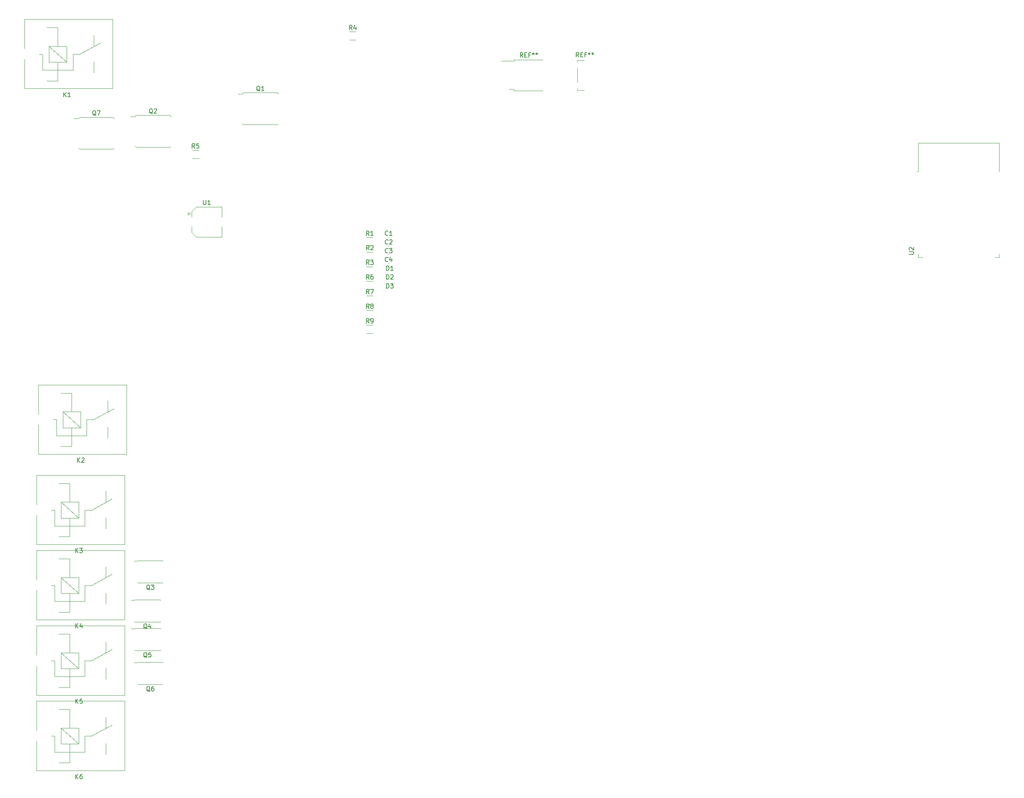
<source format=gbr>
%TF.GenerationSoftware,KiCad,Pcbnew,7.0.8*%
%TF.CreationDate,2023-10-11T10:21:05+03:00*%
%TF.ProjectId,sprinklers,73707269-6e6b-46c6-9572-732e6b696361,rev?*%
%TF.SameCoordinates,Original*%
%TF.FileFunction,Legend,Top*%
%TF.FilePolarity,Positive*%
%FSLAX46Y46*%
G04 Gerber Fmt 4.6, Leading zero omitted, Abs format (unit mm)*
G04 Created by KiCad (PCBNEW 7.0.8) date 2023-10-11 10:21:05*
%MOMM*%
%LPD*%
G01*
G04 APERTURE LIST*
%ADD10C,0.150000*%
%ADD11C,0.120000*%
%ADD12C,0.100000*%
G04 APERTURE END LIST*
D10*
X39081905Y-156159819D02*
X39081905Y-155159819D01*
X39653333Y-156159819D02*
X39224762Y-155588390D01*
X39653333Y-155159819D02*
X39081905Y-155731247D01*
X40510476Y-155493152D02*
X40510476Y-156159819D01*
X40272381Y-155112200D02*
X40034286Y-155826485D01*
X40034286Y-155826485D02*
X40653333Y-155826485D01*
X56394761Y-40405057D02*
X56299523Y-40357438D01*
X56299523Y-40357438D02*
X56204285Y-40262200D01*
X56204285Y-40262200D02*
X56061428Y-40119342D01*
X56061428Y-40119342D02*
X55966190Y-40071723D01*
X55966190Y-40071723D02*
X55870952Y-40071723D01*
X55918571Y-40309819D02*
X55823333Y-40262200D01*
X55823333Y-40262200D02*
X55728095Y-40166961D01*
X55728095Y-40166961D02*
X55680476Y-39976485D01*
X55680476Y-39976485D02*
X55680476Y-39643152D01*
X55680476Y-39643152D02*
X55728095Y-39452676D01*
X55728095Y-39452676D02*
X55823333Y-39357438D01*
X55823333Y-39357438D02*
X55918571Y-39309819D01*
X55918571Y-39309819D02*
X56109047Y-39309819D01*
X56109047Y-39309819D02*
X56204285Y-39357438D01*
X56204285Y-39357438D02*
X56299523Y-39452676D01*
X56299523Y-39452676D02*
X56347142Y-39643152D01*
X56347142Y-39643152D02*
X56347142Y-39976485D01*
X56347142Y-39976485D02*
X56299523Y-40166961D01*
X56299523Y-40166961D02*
X56204285Y-40262200D01*
X56204285Y-40262200D02*
X56109047Y-40309819D01*
X56109047Y-40309819D02*
X55918571Y-40309819D01*
X56728095Y-39405057D02*
X56775714Y-39357438D01*
X56775714Y-39357438D02*
X56870952Y-39309819D01*
X56870952Y-39309819D02*
X57109047Y-39309819D01*
X57109047Y-39309819D02*
X57204285Y-39357438D01*
X57204285Y-39357438D02*
X57251904Y-39405057D01*
X57251904Y-39405057D02*
X57299523Y-39500295D01*
X57299523Y-39500295D02*
X57299523Y-39595533D01*
X57299523Y-39595533D02*
X57251904Y-39738390D01*
X57251904Y-39738390D02*
X56680476Y-40309819D01*
X56680476Y-40309819D02*
X57299523Y-40309819D01*
X55784761Y-170420057D02*
X55689523Y-170372438D01*
X55689523Y-170372438D02*
X55594285Y-170277200D01*
X55594285Y-170277200D02*
X55451428Y-170134342D01*
X55451428Y-170134342D02*
X55356190Y-170086723D01*
X55356190Y-170086723D02*
X55260952Y-170086723D01*
X55308571Y-170324819D02*
X55213333Y-170277200D01*
X55213333Y-170277200D02*
X55118095Y-170181961D01*
X55118095Y-170181961D02*
X55070476Y-169991485D01*
X55070476Y-169991485D02*
X55070476Y-169658152D01*
X55070476Y-169658152D02*
X55118095Y-169467676D01*
X55118095Y-169467676D02*
X55213333Y-169372438D01*
X55213333Y-169372438D02*
X55308571Y-169324819D01*
X55308571Y-169324819D02*
X55499047Y-169324819D01*
X55499047Y-169324819D02*
X55594285Y-169372438D01*
X55594285Y-169372438D02*
X55689523Y-169467676D01*
X55689523Y-169467676D02*
X55737142Y-169658152D01*
X55737142Y-169658152D02*
X55737142Y-169991485D01*
X55737142Y-169991485D02*
X55689523Y-170181961D01*
X55689523Y-170181961D02*
X55594285Y-170277200D01*
X55594285Y-170277200D02*
X55499047Y-170324819D01*
X55499047Y-170324819D02*
X55308571Y-170324819D01*
X56594285Y-169324819D02*
X56403809Y-169324819D01*
X56403809Y-169324819D02*
X56308571Y-169372438D01*
X56308571Y-169372438D02*
X56260952Y-169420057D01*
X56260952Y-169420057D02*
X56165714Y-169562914D01*
X56165714Y-169562914D02*
X56118095Y-169753390D01*
X56118095Y-169753390D02*
X56118095Y-170134342D01*
X56118095Y-170134342D02*
X56165714Y-170229580D01*
X56165714Y-170229580D02*
X56213333Y-170277200D01*
X56213333Y-170277200D02*
X56308571Y-170324819D01*
X56308571Y-170324819D02*
X56499047Y-170324819D01*
X56499047Y-170324819D02*
X56594285Y-170277200D01*
X56594285Y-170277200D02*
X56641904Y-170229580D01*
X56641904Y-170229580D02*
X56689523Y-170134342D01*
X56689523Y-170134342D02*
X56689523Y-169896247D01*
X56689523Y-169896247D02*
X56641904Y-169801009D01*
X56641904Y-169801009D02*
X56594285Y-169753390D01*
X56594285Y-169753390D02*
X56499047Y-169705771D01*
X56499047Y-169705771D02*
X56308571Y-169705771D01*
X56308571Y-169705771D02*
X56213333Y-169753390D01*
X56213333Y-169753390D02*
X56165714Y-169801009D01*
X56165714Y-169801009D02*
X56118095Y-169896247D01*
X108974405Y-79654819D02*
X108974405Y-78654819D01*
X108974405Y-78654819D02*
X109212500Y-78654819D01*
X109212500Y-78654819D02*
X109355357Y-78702438D01*
X109355357Y-78702438D02*
X109450595Y-78797676D01*
X109450595Y-78797676D02*
X109498214Y-78892914D01*
X109498214Y-78892914D02*
X109545833Y-79083390D01*
X109545833Y-79083390D02*
X109545833Y-79226247D01*
X109545833Y-79226247D02*
X109498214Y-79416723D01*
X109498214Y-79416723D02*
X109450595Y-79511961D01*
X109450595Y-79511961D02*
X109355357Y-79607200D01*
X109355357Y-79607200D02*
X109212500Y-79654819D01*
X109212500Y-79654819D02*
X108974405Y-79654819D01*
X109879167Y-78654819D02*
X110498214Y-78654819D01*
X110498214Y-78654819D02*
X110164881Y-79035771D01*
X110164881Y-79035771D02*
X110307738Y-79035771D01*
X110307738Y-79035771D02*
X110402976Y-79083390D01*
X110402976Y-79083390D02*
X110450595Y-79131009D01*
X110450595Y-79131009D02*
X110498214Y-79226247D01*
X110498214Y-79226247D02*
X110498214Y-79464342D01*
X110498214Y-79464342D02*
X110450595Y-79559580D01*
X110450595Y-79559580D02*
X110402976Y-79607200D01*
X110402976Y-79607200D02*
X110307738Y-79654819D01*
X110307738Y-79654819D02*
X110022024Y-79654819D01*
X110022024Y-79654819D02*
X109926786Y-79607200D01*
X109926786Y-79607200D02*
X109879167Y-79559580D01*
X152231666Y-27654819D02*
X151898333Y-27178628D01*
X151660238Y-27654819D02*
X151660238Y-26654819D01*
X151660238Y-26654819D02*
X152041190Y-26654819D01*
X152041190Y-26654819D02*
X152136428Y-26702438D01*
X152136428Y-26702438D02*
X152184047Y-26750057D01*
X152184047Y-26750057D02*
X152231666Y-26845295D01*
X152231666Y-26845295D02*
X152231666Y-26988152D01*
X152231666Y-26988152D02*
X152184047Y-27083390D01*
X152184047Y-27083390D02*
X152136428Y-27131009D01*
X152136428Y-27131009D02*
X152041190Y-27178628D01*
X152041190Y-27178628D02*
X151660238Y-27178628D01*
X152660238Y-27131009D02*
X152993571Y-27131009D01*
X153136428Y-27654819D02*
X152660238Y-27654819D01*
X152660238Y-27654819D02*
X152660238Y-26654819D01*
X152660238Y-26654819D02*
X153136428Y-26654819D01*
X153898333Y-27131009D02*
X153565000Y-27131009D01*
X153565000Y-27654819D02*
X153565000Y-26654819D01*
X153565000Y-26654819D02*
X154041190Y-26654819D01*
X154565000Y-26654819D02*
X154565000Y-26892914D01*
X154326905Y-26797676D02*
X154565000Y-26892914D01*
X154565000Y-26892914D02*
X154803095Y-26797676D01*
X154422143Y-27083390D02*
X154565000Y-26892914D01*
X154565000Y-26892914D02*
X154707857Y-27083390D01*
X155326905Y-26654819D02*
X155326905Y-26892914D01*
X155088810Y-26797676D02*
X155326905Y-26892914D01*
X155326905Y-26892914D02*
X155565000Y-26797676D01*
X155184048Y-27083390D02*
X155326905Y-26892914D01*
X155326905Y-26892914D02*
X155469762Y-27083390D01*
X109290833Y-73609580D02*
X109243214Y-73657200D01*
X109243214Y-73657200D02*
X109100357Y-73704819D01*
X109100357Y-73704819D02*
X109005119Y-73704819D01*
X109005119Y-73704819D02*
X108862262Y-73657200D01*
X108862262Y-73657200D02*
X108767024Y-73561961D01*
X108767024Y-73561961D02*
X108719405Y-73466723D01*
X108719405Y-73466723D02*
X108671786Y-73276247D01*
X108671786Y-73276247D02*
X108671786Y-73133390D01*
X108671786Y-73133390D02*
X108719405Y-72942914D01*
X108719405Y-72942914D02*
X108767024Y-72847676D01*
X108767024Y-72847676D02*
X108862262Y-72752438D01*
X108862262Y-72752438D02*
X109005119Y-72704819D01*
X109005119Y-72704819D02*
X109100357Y-72704819D01*
X109100357Y-72704819D02*
X109243214Y-72752438D01*
X109243214Y-72752438D02*
X109290833Y-72800057D01*
X110147976Y-73038152D02*
X110147976Y-73704819D01*
X109909881Y-72657200D02*
X109671786Y-73371485D01*
X109671786Y-73371485D02*
X110290833Y-73371485D01*
X109290833Y-67699580D02*
X109243214Y-67747200D01*
X109243214Y-67747200D02*
X109100357Y-67794819D01*
X109100357Y-67794819D02*
X109005119Y-67794819D01*
X109005119Y-67794819D02*
X108862262Y-67747200D01*
X108862262Y-67747200D02*
X108767024Y-67651961D01*
X108767024Y-67651961D02*
X108719405Y-67556723D01*
X108719405Y-67556723D02*
X108671786Y-67366247D01*
X108671786Y-67366247D02*
X108671786Y-67223390D01*
X108671786Y-67223390D02*
X108719405Y-67032914D01*
X108719405Y-67032914D02*
X108767024Y-66937676D01*
X108767024Y-66937676D02*
X108862262Y-66842438D01*
X108862262Y-66842438D02*
X109005119Y-66794819D01*
X109005119Y-66794819D02*
X109100357Y-66794819D01*
X109100357Y-66794819D02*
X109243214Y-66842438D01*
X109243214Y-66842438D02*
X109290833Y-66890057D01*
X110243214Y-67794819D02*
X109671786Y-67794819D01*
X109957500Y-67794819D02*
X109957500Y-66794819D01*
X109957500Y-66794819D02*
X109862262Y-66937676D01*
X109862262Y-66937676D02*
X109767024Y-67032914D01*
X109767024Y-67032914D02*
X109671786Y-67080533D01*
X226474819Y-72051904D02*
X227284342Y-72051904D01*
X227284342Y-72051904D02*
X227379580Y-72004285D01*
X227379580Y-72004285D02*
X227427200Y-71956666D01*
X227427200Y-71956666D02*
X227474819Y-71861428D01*
X227474819Y-71861428D02*
X227474819Y-71670952D01*
X227474819Y-71670952D02*
X227427200Y-71575714D01*
X227427200Y-71575714D02*
X227379580Y-71528095D01*
X227379580Y-71528095D02*
X227284342Y-71480476D01*
X227284342Y-71480476D02*
X226474819Y-71480476D01*
X226570057Y-71051904D02*
X226522438Y-71004285D01*
X226522438Y-71004285D02*
X226474819Y-70909047D01*
X226474819Y-70909047D02*
X226474819Y-70670952D01*
X226474819Y-70670952D02*
X226522438Y-70575714D01*
X226522438Y-70575714D02*
X226570057Y-70528095D01*
X226570057Y-70528095D02*
X226665295Y-70480476D01*
X226665295Y-70480476D02*
X226760533Y-70480476D01*
X226760533Y-70480476D02*
X226903390Y-70528095D01*
X226903390Y-70528095D02*
X227474819Y-71099523D01*
X227474819Y-71099523D02*
X227474819Y-70480476D01*
X36391905Y-36624819D02*
X36391905Y-35624819D01*
X36963333Y-36624819D02*
X36534762Y-36053390D01*
X36963333Y-35624819D02*
X36391905Y-36196247D01*
X37915714Y-36624819D02*
X37344286Y-36624819D01*
X37630000Y-36624819D02*
X37630000Y-35624819D01*
X37630000Y-35624819D02*
X37534762Y-35767676D01*
X37534762Y-35767676D02*
X37439524Y-35862914D01*
X37439524Y-35862914D02*
X37344286Y-35910533D01*
X80524761Y-35325057D02*
X80429523Y-35277438D01*
X80429523Y-35277438D02*
X80334285Y-35182200D01*
X80334285Y-35182200D02*
X80191428Y-35039342D01*
X80191428Y-35039342D02*
X80096190Y-34991723D01*
X80096190Y-34991723D02*
X80000952Y-34991723D01*
X80048571Y-35229819D02*
X79953333Y-35182200D01*
X79953333Y-35182200D02*
X79858095Y-35086961D01*
X79858095Y-35086961D02*
X79810476Y-34896485D01*
X79810476Y-34896485D02*
X79810476Y-34563152D01*
X79810476Y-34563152D02*
X79858095Y-34372676D01*
X79858095Y-34372676D02*
X79953333Y-34277438D01*
X79953333Y-34277438D02*
X80048571Y-34229819D01*
X80048571Y-34229819D02*
X80239047Y-34229819D01*
X80239047Y-34229819D02*
X80334285Y-34277438D01*
X80334285Y-34277438D02*
X80429523Y-34372676D01*
X80429523Y-34372676D02*
X80477142Y-34563152D01*
X80477142Y-34563152D02*
X80477142Y-34896485D01*
X80477142Y-34896485D02*
X80429523Y-35086961D01*
X80429523Y-35086961D02*
X80334285Y-35182200D01*
X80334285Y-35182200D02*
X80239047Y-35229819D01*
X80239047Y-35229819D02*
X80048571Y-35229819D01*
X81429523Y-35229819D02*
X80858095Y-35229819D01*
X81143809Y-35229819D02*
X81143809Y-34229819D01*
X81143809Y-34229819D02*
X81048571Y-34372676D01*
X81048571Y-34372676D02*
X80953333Y-34467914D01*
X80953333Y-34467914D02*
X80858095Y-34515533D01*
X108974405Y-77664819D02*
X108974405Y-76664819D01*
X108974405Y-76664819D02*
X109212500Y-76664819D01*
X109212500Y-76664819D02*
X109355357Y-76712438D01*
X109355357Y-76712438D02*
X109450595Y-76807676D01*
X109450595Y-76807676D02*
X109498214Y-76902914D01*
X109498214Y-76902914D02*
X109545833Y-77093390D01*
X109545833Y-77093390D02*
X109545833Y-77236247D01*
X109545833Y-77236247D02*
X109498214Y-77426723D01*
X109498214Y-77426723D02*
X109450595Y-77521961D01*
X109450595Y-77521961D02*
X109355357Y-77617200D01*
X109355357Y-77617200D02*
X109212500Y-77664819D01*
X109212500Y-77664819D02*
X108974405Y-77664819D01*
X109926786Y-76760057D02*
X109974405Y-76712438D01*
X109974405Y-76712438D02*
X110069643Y-76664819D01*
X110069643Y-76664819D02*
X110307738Y-76664819D01*
X110307738Y-76664819D02*
X110402976Y-76712438D01*
X110402976Y-76712438D02*
X110450595Y-76760057D01*
X110450595Y-76760057D02*
X110498214Y-76855295D01*
X110498214Y-76855295D02*
X110498214Y-76950533D01*
X110498214Y-76950533D02*
X110450595Y-77093390D01*
X110450595Y-77093390D02*
X109879167Y-77664819D01*
X109879167Y-77664819D02*
X110498214Y-77664819D01*
X105050833Y-74374819D02*
X104717500Y-73898628D01*
X104479405Y-74374819D02*
X104479405Y-73374819D01*
X104479405Y-73374819D02*
X104860357Y-73374819D01*
X104860357Y-73374819D02*
X104955595Y-73422438D01*
X104955595Y-73422438D02*
X105003214Y-73470057D01*
X105003214Y-73470057D02*
X105050833Y-73565295D01*
X105050833Y-73565295D02*
X105050833Y-73708152D01*
X105050833Y-73708152D02*
X105003214Y-73803390D01*
X105003214Y-73803390D02*
X104955595Y-73851009D01*
X104955595Y-73851009D02*
X104860357Y-73898628D01*
X104860357Y-73898628D02*
X104479405Y-73898628D01*
X105384167Y-73374819D02*
X106003214Y-73374819D01*
X106003214Y-73374819D02*
X105669881Y-73755771D01*
X105669881Y-73755771D02*
X105812738Y-73755771D01*
X105812738Y-73755771D02*
X105907976Y-73803390D01*
X105907976Y-73803390D02*
X105955595Y-73851009D01*
X105955595Y-73851009D02*
X106003214Y-73946247D01*
X106003214Y-73946247D02*
X106003214Y-74184342D01*
X106003214Y-74184342D02*
X105955595Y-74279580D01*
X105955595Y-74279580D02*
X105907976Y-74327200D01*
X105907976Y-74327200D02*
X105812738Y-74374819D01*
X105812738Y-74374819D02*
X105527024Y-74374819D01*
X105527024Y-74374819D02*
X105431786Y-74327200D01*
X105431786Y-74327200D02*
X105384167Y-74279580D01*
X55784761Y-147560057D02*
X55689523Y-147512438D01*
X55689523Y-147512438D02*
X55594285Y-147417200D01*
X55594285Y-147417200D02*
X55451428Y-147274342D01*
X55451428Y-147274342D02*
X55356190Y-147226723D01*
X55356190Y-147226723D02*
X55260952Y-147226723D01*
X55308571Y-147464819D02*
X55213333Y-147417200D01*
X55213333Y-147417200D02*
X55118095Y-147321961D01*
X55118095Y-147321961D02*
X55070476Y-147131485D01*
X55070476Y-147131485D02*
X55070476Y-146798152D01*
X55070476Y-146798152D02*
X55118095Y-146607676D01*
X55118095Y-146607676D02*
X55213333Y-146512438D01*
X55213333Y-146512438D02*
X55308571Y-146464819D01*
X55308571Y-146464819D02*
X55499047Y-146464819D01*
X55499047Y-146464819D02*
X55594285Y-146512438D01*
X55594285Y-146512438D02*
X55689523Y-146607676D01*
X55689523Y-146607676D02*
X55737142Y-146798152D01*
X55737142Y-146798152D02*
X55737142Y-147131485D01*
X55737142Y-147131485D02*
X55689523Y-147321961D01*
X55689523Y-147321961D02*
X55594285Y-147417200D01*
X55594285Y-147417200D02*
X55499047Y-147464819D01*
X55499047Y-147464819D02*
X55308571Y-147464819D01*
X56070476Y-146464819D02*
X56689523Y-146464819D01*
X56689523Y-146464819D02*
X56356190Y-146845771D01*
X56356190Y-146845771D02*
X56499047Y-146845771D01*
X56499047Y-146845771D02*
X56594285Y-146893390D01*
X56594285Y-146893390D02*
X56641904Y-146941009D01*
X56641904Y-146941009D02*
X56689523Y-147036247D01*
X56689523Y-147036247D02*
X56689523Y-147274342D01*
X56689523Y-147274342D02*
X56641904Y-147369580D01*
X56641904Y-147369580D02*
X56594285Y-147417200D01*
X56594285Y-147417200D02*
X56499047Y-147464819D01*
X56499047Y-147464819D02*
X56213333Y-147464819D01*
X56213333Y-147464819D02*
X56118095Y-147417200D01*
X56118095Y-147417200D02*
X56070476Y-147369580D01*
X109290833Y-71639580D02*
X109243214Y-71687200D01*
X109243214Y-71687200D02*
X109100357Y-71734819D01*
X109100357Y-71734819D02*
X109005119Y-71734819D01*
X109005119Y-71734819D02*
X108862262Y-71687200D01*
X108862262Y-71687200D02*
X108767024Y-71591961D01*
X108767024Y-71591961D02*
X108719405Y-71496723D01*
X108719405Y-71496723D02*
X108671786Y-71306247D01*
X108671786Y-71306247D02*
X108671786Y-71163390D01*
X108671786Y-71163390D02*
X108719405Y-70972914D01*
X108719405Y-70972914D02*
X108767024Y-70877676D01*
X108767024Y-70877676D02*
X108862262Y-70782438D01*
X108862262Y-70782438D02*
X109005119Y-70734819D01*
X109005119Y-70734819D02*
X109100357Y-70734819D01*
X109100357Y-70734819D02*
X109243214Y-70782438D01*
X109243214Y-70782438D02*
X109290833Y-70830057D01*
X109624167Y-70734819D02*
X110243214Y-70734819D01*
X110243214Y-70734819D02*
X109909881Y-71115771D01*
X109909881Y-71115771D02*
X110052738Y-71115771D01*
X110052738Y-71115771D02*
X110147976Y-71163390D01*
X110147976Y-71163390D02*
X110195595Y-71211009D01*
X110195595Y-71211009D02*
X110243214Y-71306247D01*
X110243214Y-71306247D02*
X110243214Y-71544342D01*
X110243214Y-71544342D02*
X110195595Y-71639580D01*
X110195595Y-71639580D02*
X110147976Y-71687200D01*
X110147976Y-71687200D02*
X110052738Y-71734819D01*
X110052738Y-71734819D02*
X109767024Y-71734819D01*
X109767024Y-71734819D02*
X109671786Y-71687200D01*
X109671786Y-71687200D02*
X109624167Y-71639580D01*
X105050833Y-84244819D02*
X104717500Y-83768628D01*
X104479405Y-84244819D02*
X104479405Y-83244819D01*
X104479405Y-83244819D02*
X104860357Y-83244819D01*
X104860357Y-83244819D02*
X104955595Y-83292438D01*
X104955595Y-83292438D02*
X105003214Y-83340057D01*
X105003214Y-83340057D02*
X105050833Y-83435295D01*
X105050833Y-83435295D02*
X105050833Y-83578152D01*
X105050833Y-83578152D02*
X105003214Y-83673390D01*
X105003214Y-83673390D02*
X104955595Y-83721009D01*
X104955595Y-83721009D02*
X104860357Y-83768628D01*
X104860357Y-83768628D02*
X104479405Y-83768628D01*
X105622262Y-83673390D02*
X105527024Y-83625771D01*
X105527024Y-83625771D02*
X105479405Y-83578152D01*
X105479405Y-83578152D02*
X105431786Y-83482914D01*
X105431786Y-83482914D02*
X105431786Y-83435295D01*
X105431786Y-83435295D02*
X105479405Y-83340057D01*
X105479405Y-83340057D02*
X105527024Y-83292438D01*
X105527024Y-83292438D02*
X105622262Y-83244819D01*
X105622262Y-83244819D02*
X105812738Y-83244819D01*
X105812738Y-83244819D02*
X105907976Y-83292438D01*
X105907976Y-83292438D02*
X105955595Y-83340057D01*
X105955595Y-83340057D02*
X106003214Y-83435295D01*
X106003214Y-83435295D02*
X106003214Y-83482914D01*
X106003214Y-83482914D02*
X105955595Y-83578152D01*
X105955595Y-83578152D02*
X105907976Y-83625771D01*
X105907976Y-83625771D02*
X105812738Y-83673390D01*
X105812738Y-83673390D02*
X105622262Y-83673390D01*
X105622262Y-83673390D02*
X105527024Y-83721009D01*
X105527024Y-83721009D02*
X105479405Y-83768628D01*
X105479405Y-83768628D02*
X105431786Y-83863866D01*
X105431786Y-83863866D02*
X105431786Y-84054342D01*
X105431786Y-84054342D02*
X105479405Y-84149580D01*
X105479405Y-84149580D02*
X105527024Y-84197200D01*
X105527024Y-84197200D02*
X105622262Y-84244819D01*
X105622262Y-84244819D02*
X105812738Y-84244819D01*
X105812738Y-84244819D02*
X105907976Y-84197200D01*
X105907976Y-84197200D02*
X105955595Y-84149580D01*
X105955595Y-84149580D02*
X106003214Y-84054342D01*
X106003214Y-84054342D02*
X106003214Y-83863866D01*
X106003214Y-83863866D02*
X105955595Y-83768628D01*
X105955595Y-83768628D02*
X105907976Y-83721009D01*
X105907976Y-83721009D02*
X105812738Y-83673390D01*
X39081905Y-173109819D02*
X39081905Y-172109819D01*
X39653333Y-173109819D02*
X39224762Y-172538390D01*
X39653333Y-172109819D02*
X39081905Y-172681247D01*
X40558095Y-172109819D02*
X40081905Y-172109819D01*
X40081905Y-172109819D02*
X40034286Y-172586009D01*
X40034286Y-172586009D02*
X40081905Y-172538390D01*
X40081905Y-172538390D02*
X40177143Y-172490771D01*
X40177143Y-172490771D02*
X40415238Y-172490771D01*
X40415238Y-172490771D02*
X40510476Y-172538390D01*
X40510476Y-172538390D02*
X40558095Y-172586009D01*
X40558095Y-172586009D02*
X40605714Y-172681247D01*
X40605714Y-172681247D02*
X40605714Y-172919342D01*
X40605714Y-172919342D02*
X40558095Y-173014580D01*
X40558095Y-173014580D02*
X40510476Y-173062200D01*
X40510476Y-173062200D02*
X40415238Y-173109819D01*
X40415238Y-173109819D02*
X40177143Y-173109819D01*
X40177143Y-173109819D02*
X40081905Y-173062200D01*
X40081905Y-173062200D02*
X40034286Y-173014580D01*
X105050833Y-67794819D02*
X104717500Y-67318628D01*
X104479405Y-67794819D02*
X104479405Y-66794819D01*
X104479405Y-66794819D02*
X104860357Y-66794819D01*
X104860357Y-66794819D02*
X104955595Y-66842438D01*
X104955595Y-66842438D02*
X105003214Y-66890057D01*
X105003214Y-66890057D02*
X105050833Y-66985295D01*
X105050833Y-66985295D02*
X105050833Y-67128152D01*
X105050833Y-67128152D02*
X105003214Y-67223390D01*
X105003214Y-67223390D02*
X104955595Y-67271009D01*
X104955595Y-67271009D02*
X104860357Y-67318628D01*
X104860357Y-67318628D02*
X104479405Y-67318628D01*
X106003214Y-67794819D02*
X105431786Y-67794819D01*
X105717500Y-67794819D02*
X105717500Y-66794819D01*
X105717500Y-66794819D02*
X105622262Y-66937676D01*
X105622262Y-66937676D02*
X105527024Y-67032914D01*
X105527024Y-67032914D02*
X105431786Y-67080533D01*
X108974405Y-75674819D02*
X108974405Y-74674819D01*
X108974405Y-74674819D02*
X109212500Y-74674819D01*
X109212500Y-74674819D02*
X109355357Y-74722438D01*
X109355357Y-74722438D02*
X109450595Y-74817676D01*
X109450595Y-74817676D02*
X109498214Y-74912914D01*
X109498214Y-74912914D02*
X109545833Y-75103390D01*
X109545833Y-75103390D02*
X109545833Y-75246247D01*
X109545833Y-75246247D02*
X109498214Y-75436723D01*
X109498214Y-75436723D02*
X109450595Y-75531961D01*
X109450595Y-75531961D02*
X109355357Y-75627200D01*
X109355357Y-75627200D02*
X109212500Y-75674819D01*
X109212500Y-75674819D02*
X108974405Y-75674819D01*
X110498214Y-75674819D02*
X109926786Y-75674819D01*
X110212500Y-75674819D02*
X110212500Y-74674819D01*
X110212500Y-74674819D02*
X110117262Y-74817676D01*
X110117262Y-74817676D02*
X110022024Y-74912914D01*
X110022024Y-74912914D02*
X109926786Y-74960533D01*
X43664761Y-40840057D02*
X43569523Y-40792438D01*
X43569523Y-40792438D02*
X43474285Y-40697200D01*
X43474285Y-40697200D02*
X43331428Y-40554342D01*
X43331428Y-40554342D02*
X43236190Y-40506723D01*
X43236190Y-40506723D02*
X43140952Y-40506723D01*
X43188571Y-40744819D02*
X43093333Y-40697200D01*
X43093333Y-40697200D02*
X42998095Y-40601961D01*
X42998095Y-40601961D02*
X42950476Y-40411485D01*
X42950476Y-40411485D02*
X42950476Y-40078152D01*
X42950476Y-40078152D02*
X42998095Y-39887676D01*
X42998095Y-39887676D02*
X43093333Y-39792438D01*
X43093333Y-39792438D02*
X43188571Y-39744819D01*
X43188571Y-39744819D02*
X43379047Y-39744819D01*
X43379047Y-39744819D02*
X43474285Y-39792438D01*
X43474285Y-39792438D02*
X43569523Y-39887676D01*
X43569523Y-39887676D02*
X43617142Y-40078152D01*
X43617142Y-40078152D02*
X43617142Y-40411485D01*
X43617142Y-40411485D02*
X43569523Y-40601961D01*
X43569523Y-40601961D02*
X43474285Y-40697200D01*
X43474285Y-40697200D02*
X43379047Y-40744819D01*
X43379047Y-40744819D02*
X43188571Y-40744819D01*
X43950476Y-39744819D02*
X44617142Y-39744819D01*
X44617142Y-39744819D02*
X44188571Y-40744819D01*
X105050833Y-71084819D02*
X104717500Y-70608628D01*
X104479405Y-71084819D02*
X104479405Y-70084819D01*
X104479405Y-70084819D02*
X104860357Y-70084819D01*
X104860357Y-70084819D02*
X104955595Y-70132438D01*
X104955595Y-70132438D02*
X105003214Y-70180057D01*
X105003214Y-70180057D02*
X105050833Y-70275295D01*
X105050833Y-70275295D02*
X105050833Y-70418152D01*
X105050833Y-70418152D02*
X105003214Y-70513390D01*
X105003214Y-70513390D02*
X104955595Y-70561009D01*
X104955595Y-70561009D02*
X104860357Y-70608628D01*
X104860357Y-70608628D02*
X104479405Y-70608628D01*
X105431786Y-70180057D02*
X105479405Y-70132438D01*
X105479405Y-70132438D02*
X105574643Y-70084819D01*
X105574643Y-70084819D02*
X105812738Y-70084819D01*
X105812738Y-70084819D02*
X105907976Y-70132438D01*
X105907976Y-70132438D02*
X105955595Y-70180057D01*
X105955595Y-70180057D02*
X106003214Y-70275295D01*
X106003214Y-70275295D02*
X106003214Y-70370533D01*
X106003214Y-70370533D02*
X105955595Y-70513390D01*
X105955595Y-70513390D02*
X105384167Y-71084819D01*
X105384167Y-71084819D02*
X106003214Y-71084819D01*
X105050833Y-80954819D02*
X104717500Y-80478628D01*
X104479405Y-80954819D02*
X104479405Y-79954819D01*
X104479405Y-79954819D02*
X104860357Y-79954819D01*
X104860357Y-79954819D02*
X104955595Y-80002438D01*
X104955595Y-80002438D02*
X105003214Y-80050057D01*
X105003214Y-80050057D02*
X105050833Y-80145295D01*
X105050833Y-80145295D02*
X105050833Y-80288152D01*
X105050833Y-80288152D02*
X105003214Y-80383390D01*
X105003214Y-80383390D02*
X104955595Y-80431009D01*
X104955595Y-80431009D02*
X104860357Y-80478628D01*
X104860357Y-80478628D02*
X104479405Y-80478628D01*
X105384167Y-79954819D02*
X106050833Y-79954819D01*
X106050833Y-79954819D02*
X105622262Y-80954819D01*
X55124761Y-156345057D02*
X55029523Y-156297438D01*
X55029523Y-156297438D02*
X54934285Y-156202200D01*
X54934285Y-156202200D02*
X54791428Y-156059342D01*
X54791428Y-156059342D02*
X54696190Y-156011723D01*
X54696190Y-156011723D02*
X54600952Y-156011723D01*
X54648571Y-156249819D02*
X54553333Y-156202200D01*
X54553333Y-156202200D02*
X54458095Y-156106961D01*
X54458095Y-156106961D02*
X54410476Y-155916485D01*
X54410476Y-155916485D02*
X54410476Y-155583152D01*
X54410476Y-155583152D02*
X54458095Y-155392676D01*
X54458095Y-155392676D02*
X54553333Y-155297438D01*
X54553333Y-155297438D02*
X54648571Y-155249819D01*
X54648571Y-155249819D02*
X54839047Y-155249819D01*
X54839047Y-155249819D02*
X54934285Y-155297438D01*
X54934285Y-155297438D02*
X55029523Y-155392676D01*
X55029523Y-155392676D02*
X55077142Y-155583152D01*
X55077142Y-155583152D02*
X55077142Y-155916485D01*
X55077142Y-155916485D02*
X55029523Y-156106961D01*
X55029523Y-156106961D02*
X54934285Y-156202200D01*
X54934285Y-156202200D02*
X54839047Y-156249819D01*
X54839047Y-156249819D02*
X54648571Y-156249819D01*
X55934285Y-155583152D02*
X55934285Y-156249819D01*
X55696190Y-155202200D02*
X55458095Y-155916485D01*
X55458095Y-155916485D02*
X56077142Y-155916485D01*
X105050833Y-87534819D02*
X104717500Y-87058628D01*
X104479405Y-87534819D02*
X104479405Y-86534819D01*
X104479405Y-86534819D02*
X104860357Y-86534819D01*
X104860357Y-86534819D02*
X104955595Y-86582438D01*
X104955595Y-86582438D02*
X105003214Y-86630057D01*
X105003214Y-86630057D02*
X105050833Y-86725295D01*
X105050833Y-86725295D02*
X105050833Y-86868152D01*
X105050833Y-86868152D02*
X105003214Y-86963390D01*
X105003214Y-86963390D02*
X104955595Y-87011009D01*
X104955595Y-87011009D02*
X104860357Y-87058628D01*
X104860357Y-87058628D02*
X104479405Y-87058628D01*
X105527024Y-87534819D02*
X105717500Y-87534819D01*
X105717500Y-87534819D02*
X105812738Y-87487200D01*
X105812738Y-87487200D02*
X105860357Y-87439580D01*
X105860357Y-87439580D02*
X105955595Y-87296723D01*
X105955595Y-87296723D02*
X106003214Y-87106247D01*
X106003214Y-87106247D02*
X106003214Y-86725295D01*
X106003214Y-86725295D02*
X105955595Y-86630057D01*
X105955595Y-86630057D02*
X105907976Y-86582438D01*
X105907976Y-86582438D02*
X105812738Y-86534819D01*
X105812738Y-86534819D02*
X105622262Y-86534819D01*
X105622262Y-86534819D02*
X105527024Y-86582438D01*
X105527024Y-86582438D02*
X105479405Y-86630057D01*
X105479405Y-86630057D02*
X105431786Y-86725295D01*
X105431786Y-86725295D02*
X105431786Y-86963390D01*
X105431786Y-86963390D02*
X105479405Y-87058628D01*
X105479405Y-87058628D02*
X105527024Y-87106247D01*
X105527024Y-87106247D02*
X105622262Y-87153866D01*
X105622262Y-87153866D02*
X105812738Y-87153866D01*
X105812738Y-87153866D02*
X105907976Y-87106247D01*
X105907976Y-87106247D02*
X105955595Y-87058628D01*
X105955595Y-87058628D02*
X106003214Y-86963390D01*
X55124761Y-162795057D02*
X55029523Y-162747438D01*
X55029523Y-162747438D02*
X54934285Y-162652200D01*
X54934285Y-162652200D02*
X54791428Y-162509342D01*
X54791428Y-162509342D02*
X54696190Y-162461723D01*
X54696190Y-162461723D02*
X54600952Y-162461723D01*
X54648571Y-162699819D02*
X54553333Y-162652200D01*
X54553333Y-162652200D02*
X54458095Y-162556961D01*
X54458095Y-162556961D02*
X54410476Y-162366485D01*
X54410476Y-162366485D02*
X54410476Y-162033152D01*
X54410476Y-162033152D02*
X54458095Y-161842676D01*
X54458095Y-161842676D02*
X54553333Y-161747438D01*
X54553333Y-161747438D02*
X54648571Y-161699819D01*
X54648571Y-161699819D02*
X54839047Y-161699819D01*
X54839047Y-161699819D02*
X54934285Y-161747438D01*
X54934285Y-161747438D02*
X55029523Y-161842676D01*
X55029523Y-161842676D02*
X55077142Y-162033152D01*
X55077142Y-162033152D02*
X55077142Y-162366485D01*
X55077142Y-162366485D02*
X55029523Y-162556961D01*
X55029523Y-162556961D02*
X54934285Y-162652200D01*
X54934285Y-162652200D02*
X54839047Y-162699819D01*
X54839047Y-162699819D02*
X54648571Y-162699819D01*
X55981904Y-161699819D02*
X55505714Y-161699819D01*
X55505714Y-161699819D02*
X55458095Y-162176009D01*
X55458095Y-162176009D02*
X55505714Y-162128390D01*
X55505714Y-162128390D02*
X55600952Y-162080771D01*
X55600952Y-162080771D02*
X55839047Y-162080771D01*
X55839047Y-162080771D02*
X55934285Y-162128390D01*
X55934285Y-162128390D02*
X55981904Y-162176009D01*
X55981904Y-162176009D02*
X56029523Y-162271247D01*
X56029523Y-162271247D02*
X56029523Y-162509342D01*
X56029523Y-162509342D02*
X55981904Y-162604580D01*
X55981904Y-162604580D02*
X55934285Y-162652200D01*
X55934285Y-162652200D02*
X55839047Y-162699819D01*
X55839047Y-162699819D02*
X55600952Y-162699819D01*
X55600952Y-162699819D02*
X55505714Y-162652200D01*
X55505714Y-162652200D02*
X55458095Y-162604580D01*
X105050833Y-77664819D02*
X104717500Y-77188628D01*
X104479405Y-77664819D02*
X104479405Y-76664819D01*
X104479405Y-76664819D02*
X104860357Y-76664819D01*
X104860357Y-76664819D02*
X104955595Y-76712438D01*
X104955595Y-76712438D02*
X105003214Y-76760057D01*
X105003214Y-76760057D02*
X105050833Y-76855295D01*
X105050833Y-76855295D02*
X105050833Y-76998152D01*
X105050833Y-76998152D02*
X105003214Y-77093390D01*
X105003214Y-77093390D02*
X104955595Y-77141009D01*
X104955595Y-77141009D02*
X104860357Y-77188628D01*
X104860357Y-77188628D02*
X104479405Y-77188628D01*
X105907976Y-76664819D02*
X105717500Y-76664819D01*
X105717500Y-76664819D02*
X105622262Y-76712438D01*
X105622262Y-76712438D02*
X105574643Y-76760057D01*
X105574643Y-76760057D02*
X105479405Y-76902914D01*
X105479405Y-76902914D02*
X105431786Y-77093390D01*
X105431786Y-77093390D02*
X105431786Y-77474342D01*
X105431786Y-77474342D02*
X105479405Y-77569580D01*
X105479405Y-77569580D02*
X105527024Y-77617200D01*
X105527024Y-77617200D02*
X105622262Y-77664819D01*
X105622262Y-77664819D02*
X105812738Y-77664819D01*
X105812738Y-77664819D02*
X105907976Y-77617200D01*
X105907976Y-77617200D02*
X105955595Y-77569580D01*
X105955595Y-77569580D02*
X106003214Y-77474342D01*
X106003214Y-77474342D02*
X106003214Y-77236247D01*
X106003214Y-77236247D02*
X105955595Y-77141009D01*
X105955595Y-77141009D02*
X105907976Y-77093390D01*
X105907976Y-77093390D02*
X105812738Y-77045771D01*
X105812738Y-77045771D02*
X105622262Y-77045771D01*
X105622262Y-77045771D02*
X105527024Y-77093390D01*
X105527024Y-77093390D02*
X105479405Y-77141009D01*
X105479405Y-77141009D02*
X105431786Y-77236247D01*
X39081905Y-190059819D02*
X39081905Y-189059819D01*
X39653333Y-190059819D02*
X39224762Y-189488390D01*
X39653333Y-189059819D02*
X39081905Y-189631247D01*
X40510476Y-189059819D02*
X40320000Y-189059819D01*
X40320000Y-189059819D02*
X40224762Y-189107438D01*
X40224762Y-189107438D02*
X40177143Y-189155057D01*
X40177143Y-189155057D02*
X40081905Y-189297914D01*
X40081905Y-189297914D02*
X40034286Y-189488390D01*
X40034286Y-189488390D02*
X40034286Y-189869342D01*
X40034286Y-189869342D02*
X40081905Y-189964580D01*
X40081905Y-189964580D02*
X40129524Y-190012200D01*
X40129524Y-190012200D02*
X40224762Y-190059819D01*
X40224762Y-190059819D02*
X40415238Y-190059819D01*
X40415238Y-190059819D02*
X40510476Y-190012200D01*
X40510476Y-190012200D02*
X40558095Y-189964580D01*
X40558095Y-189964580D02*
X40605714Y-189869342D01*
X40605714Y-189869342D02*
X40605714Y-189631247D01*
X40605714Y-189631247D02*
X40558095Y-189536009D01*
X40558095Y-189536009D02*
X40510476Y-189488390D01*
X40510476Y-189488390D02*
X40415238Y-189440771D01*
X40415238Y-189440771D02*
X40224762Y-189440771D01*
X40224762Y-189440771D02*
X40129524Y-189488390D01*
X40129524Y-189488390D02*
X40081905Y-189536009D01*
X40081905Y-189536009D02*
X40034286Y-189631247D01*
X39501905Y-118874819D02*
X39501905Y-117874819D01*
X40073333Y-118874819D02*
X39644762Y-118303390D01*
X40073333Y-117874819D02*
X39501905Y-118446247D01*
X40454286Y-117970057D02*
X40501905Y-117922438D01*
X40501905Y-117922438D02*
X40597143Y-117874819D01*
X40597143Y-117874819D02*
X40835238Y-117874819D01*
X40835238Y-117874819D02*
X40930476Y-117922438D01*
X40930476Y-117922438D02*
X40978095Y-117970057D01*
X40978095Y-117970057D02*
X41025714Y-118065295D01*
X41025714Y-118065295D02*
X41025714Y-118160533D01*
X41025714Y-118160533D02*
X40978095Y-118303390D01*
X40978095Y-118303390D02*
X40406667Y-118874819D01*
X40406667Y-118874819D02*
X41025714Y-118874819D01*
X67818095Y-59874819D02*
X67818095Y-60684342D01*
X67818095Y-60684342D02*
X67865714Y-60779580D01*
X67865714Y-60779580D02*
X67913333Y-60827200D01*
X67913333Y-60827200D02*
X68008571Y-60874819D01*
X68008571Y-60874819D02*
X68199047Y-60874819D01*
X68199047Y-60874819D02*
X68294285Y-60827200D01*
X68294285Y-60827200D02*
X68341904Y-60779580D01*
X68341904Y-60779580D02*
X68389523Y-60684342D01*
X68389523Y-60684342D02*
X68389523Y-59874819D01*
X69389523Y-60874819D02*
X68818095Y-60874819D01*
X69103809Y-60874819D02*
X69103809Y-59874819D01*
X69103809Y-59874819D02*
X69008571Y-60017676D01*
X69008571Y-60017676D02*
X68913333Y-60112914D01*
X68913333Y-60112914D02*
X68818095Y-60160533D01*
X139636666Y-27704819D02*
X139303333Y-27228628D01*
X139065238Y-27704819D02*
X139065238Y-26704819D01*
X139065238Y-26704819D02*
X139446190Y-26704819D01*
X139446190Y-26704819D02*
X139541428Y-26752438D01*
X139541428Y-26752438D02*
X139589047Y-26800057D01*
X139589047Y-26800057D02*
X139636666Y-26895295D01*
X139636666Y-26895295D02*
X139636666Y-27038152D01*
X139636666Y-27038152D02*
X139589047Y-27133390D01*
X139589047Y-27133390D02*
X139541428Y-27181009D01*
X139541428Y-27181009D02*
X139446190Y-27228628D01*
X139446190Y-27228628D02*
X139065238Y-27228628D01*
X140065238Y-27181009D02*
X140398571Y-27181009D01*
X140541428Y-27704819D02*
X140065238Y-27704819D01*
X140065238Y-27704819D02*
X140065238Y-26704819D01*
X140065238Y-26704819D02*
X140541428Y-26704819D01*
X141303333Y-27181009D02*
X140970000Y-27181009D01*
X140970000Y-27704819D02*
X140970000Y-26704819D01*
X140970000Y-26704819D02*
X141446190Y-26704819D01*
X141970000Y-26704819D02*
X141970000Y-26942914D01*
X141731905Y-26847676D02*
X141970000Y-26942914D01*
X141970000Y-26942914D02*
X142208095Y-26847676D01*
X141827143Y-27133390D02*
X141970000Y-26942914D01*
X141970000Y-26942914D02*
X142112857Y-27133390D01*
X142731905Y-26704819D02*
X142731905Y-26942914D01*
X142493810Y-26847676D02*
X142731905Y-26942914D01*
X142731905Y-26942914D02*
X142970000Y-26847676D01*
X142589048Y-27133390D02*
X142731905Y-26942914D01*
X142731905Y-26942914D02*
X142874762Y-27133390D01*
X65873333Y-48164819D02*
X65540000Y-47688628D01*
X65301905Y-48164819D02*
X65301905Y-47164819D01*
X65301905Y-47164819D02*
X65682857Y-47164819D01*
X65682857Y-47164819D02*
X65778095Y-47212438D01*
X65778095Y-47212438D02*
X65825714Y-47260057D01*
X65825714Y-47260057D02*
X65873333Y-47355295D01*
X65873333Y-47355295D02*
X65873333Y-47498152D01*
X65873333Y-47498152D02*
X65825714Y-47593390D01*
X65825714Y-47593390D02*
X65778095Y-47641009D01*
X65778095Y-47641009D02*
X65682857Y-47688628D01*
X65682857Y-47688628D02*
X65301905Y-47688628D01*
X66778095Y-47164819D02*
X66301905Y-47164819D01*
X66301905Y-47164819D02*
X66254286Y-47641009D01*
X66254286Y-47641009D02*
X66301905Y-47593390D01*
X66301905Y-47593390D02*
X66397143Y-47545771D01*
X66397143Y-47545771D02*
X66635238Y-47545771D01*
X66635238Y-47545771D02*
X66730476Y-47593390D01*
X66730476Y-47593390D02*
X66778095Y-47641009D01*
X66778095Y-47641009D02*
X66825714Y-47736247D01*
X66825714Y-47736247D02*
X66825714Y-47974342D01*
X66825714Y-47974342D02*
X66778095Y-48069580D01*
X66778095Y-48069580D02*
X66730476Y-48117200D01*
X66730476Y-48117200D02*
X66635238Y-48164819D01*
X66635238Y-48164819D02*
X66397143Y-48164819D01*
X66397143Y-48164819D02*
X66301905Y-48117200D01*
X66301905Y-48117200D02*
X66254286Y-48069580D01*
X39081905Y-139209819D02*
X39081905Y-138209819D01*
X39653333Y-139209819D02*
X39224762Y-138638390D01*
X39653333Y-138209819D02*
X39081905Y-138781247D01*
X39986667Y-138209819D02*
X40605714Y-138209819D01*
X40605714Y-138209819D02*
X40272381Y-138590771D01*
X40272381Y-138590771D02*
X40415238Y-138590771D01*
X40415238Y-138590771D02*
X40510476Y-138638390D01*
X40510476Y-138638390D02*
X40558095Y-138686009D01*
X40558095Y-138686009D02*
X40605714Y-138781247D01*
X40605714Y-138781247D02*
X40605714Y-139019342D01*
X40605714Y-139019342D02*
X40558095Y-139114580D01*
X40558095Y-139114580D02*
X40510476Y-139162200D01*
X40510476Y-139162200D02*
X40415238Y-139209819D01*
X40415238Y-139209819D02*
X40129524Y-139209819D01*
X40129524Y-139209819D02*
X40034286Y-139162200D01*
X40034286Y-139162200D02*
X39986667Y-139114580D01*
X101240833Y-21494819D02*
X100907500Y-21018628D01*
X100669405Y-21494819D02*
X100669405Y-20494819D01*
X100669405Y-20494819D02*
X101050357Y-20494819D01*
X101050357Y-20494819D02*
X101145595Y-20542438D01*
X101145595Y-20542438D02*
X101193214Y-20590057D01*
X101193214Y-20590057D02*
X101240833Y-20685295D01*
X101240833Y-20685295D02*
X101240833Y-20828152D01*
X101240833Y-20828152D02*
X101193214Y-20923390D01*
X101193214Y-20923390D02*
X101145595Y-20971009D01*
X101145595Y-20971009D02*
X101050357Y-21018628D01*
X101050357Y-21018628D02*
X100669405Y-21018628D01*
X102097976Y-20828152D02*
X102097976Y-21494819D01*
X101859881Y-20447200D02*
X101621786Y-21161485D01*
X101621786Y-21161485D02*
X102240833Y-21161485D01*
X109290833Y-69669580D02*
X109243214Y-69717200D01*
X109243214Y-69717200D02*
X109100357Y-69764819D01*
X109100357Y-69764819D02*
X109005119Y-69764819D01*
X109005119Y-69764819D02*
X108862262Y-69717200D01*
X108862262Y-69717200D02*
X108767024Y-69621961D01*
X108767024Y-69621961D02*
X108719405Y-69526723D01*
X108719405Y-69526723D02*
X108671786Y-69336247D01*
X108671786Y-69336247D02*
X108671786Y-69193390D01*
X108671786Y-69193390D02*
X108719405Y-69002914D01*
X108719405Y-69002914D02*
X108767024Y-68907676D01*
X108767024Y-68907676D02*
X108862262Y-68812438D01*
X108862262Y-68812438D02*
X109005119Y-68764819D01*
X109005119Y-68764819D02*
X109100357Y-68764819D01*
X109100357Y-68764819D02*
X109243214Y-68812438D01*
X109243214Y-68812438D02*
X109290833Y-68860057D01*
X109671786Y-68860057D02*
X109719405Y-68812438D01*
X109719405Y-68812438D02*
X109814643Y-68764819D01*
X109814643Y-68764819D02*
X110052738Y-68764819D01*
X110052738Y-68764819D02*
X110147976Y-68812438D01*
X110147976Y-68812438D02*
X110195595Y-68860057D01*
X110195595Y-68860057D02*
X110243214Y-68955295D01*
X110243214Y-68955295D02*
X110243214Y-69050533D01*
X110243214Y-69050533D02*
X110195595Y-69193390D01*
X110195595Y-69193390D02*
X109624167Y-69764819D01*
X109624167Y-69764819D02*
X110243214Y-69764819D01*
D11*
%TO.C,K4*%
X30320000Y-138705000D02*
X30320000Y-145305000D01*
X30320000Y-138705000D02*
X50120000Y-138705000D01*
X30320000Y-147705000D02*
X30320000Y-154305000D01*
X34370000Y-146555000D02*
X33570000Y-146555000D01*
X34370000Y-146555000D02*
X34370000Y-150155000D01*
X35270000Y-152555000D02*
X37770000Y-152555000D01*
X35770000Y-144755000D02*
X39770000Y-144755000D01*
X35770000Y-148355000D02*
X35770000Y-144755000D01*
X37770000Y-140555000D02*
X35270000Y-140555000D01*
X37770000Y-140555000D02*
X37770000Y-144755000D01*
X37770000Y-148355000D02*
X37770000Y-152555000D01*
X39770000Y-144755000D02*
X39770000Y-148355000D01*
X39770000Y-148355000D02*
X35770000Y-144755000D01*
X39770000Y-148355000D02*
X35770000Y-148355000D01*
X41170000Y-146555000D02*
X41170000Y-150155000D01*
X41170000Y-146555000D02*
X42670000Y-146555000D01*
X41170000Y-150155000D02*
X34370000Y-150155000D01*
X42670000Y-146555000D02*
X47270000Y-144055000D01*
X45870000Y-142305000D02*
X45870000Y-144805000D01*
X45870000Y-150705000D02*
X45870000Y-148255000D01*
X50120000Y-138705000D02*
X50120000Y-154305000D01*
X50120000Y-154305000D02*
X30320000Y-154305000D01*
%TO.C,Q2*%
X51440000Y-41055000D02*
X52415000Y-41055000D01*
X52415000Y-41055000D02*
X52690000Y-40780000D01*
X52415000Y-47655000D02*
X52690000Y-47930000D01*
X60290000Y-40780000D02*
X52690000Y-40780000D01*
X60290000Y-47930000D02*
X52690000Y-47930000D01*
X60565000Y-41055000D02*
X60290000Y-40780000D01*
X60565000Y-47655000D02*
X60290000Y-47930000D01*
%TO.C,Q6*%
X52230000Y-163970000D02*
X52980000Y-163970000D01*
X52980000Y-163970000D02*
X53080000Y-163870000D01*
X53080000Y-163870000D02*
X58680000Y-163870000D01*
X53080000Y-168870000D02*
X52980000Y-168770000D01*
X58680000Y-163870000D02*
X58780000Y-163970000D01*
X58680000Y-168870000D02*
X53080000Y-168870000D01*
X58780000Y-168770000D02*
X58680000Y-168870000D01*
D12*
%TO.C,D3*%
X108672500Y-80370000D02*
G75*
G03*
X108672500Y-80370000I-50000J0D01*
G01*
D11*
%TO.C,REF\u002A\u002A*%
X151865000Y-28350000D02*
X153365000Y-28350000D01*
X151865000Y-28700000D02*
X151865000Y-28350000D01*
X151865000Y-33350000D02*
X151865000Y-30150000D01*
X151865000Y-35150000D02*
X151865000Y-34750000D01*
X153365000Y-35150000D02*
X151865000Y-35150000D01*
%TO.C,C4*%
X109349664Y-74050000D02*
X109565336Y-74050000D01*
X109349664Y-74770000D02*
X109565336Y-74770000D01*
%TO.C,C1*%
X109349664Y-68140000D02*
X109565336Y-68140000D01*
X109349664Y-68860000D02*
X109565336Y-68860000D01*
%TO.C,U2*%
X228510000Y-47000000D02*
X228510000Y-53415000D01*
X228510000Y-47000000D02*
X246750000Y-47000000D01*
X228510000Y-53415000D02*
X228130000Y-53415000D01*
X228510000Y-71960000D02*
X228510000Y-72740000D01*
X228510000Y-72740000D02*
X229510000Y-72740000D01*
X246750000Y-47000000D02*
X246750000Y-53415000D01*
X246750000Y-71960000D02*
X246750000Y-72740000D01*
X246750000Y-72740000D02*
X245750000Y-72740000D01*
%TO.C,K1*%
X27630000Y-19170000D02*
X27630000Y-25770000D01*
X27630000Y-19170000D02*
X47430000Y-19170000D01*
X27630000Y-28170000D02*
X27630000Y-34770000D01*
X31680000Y-27020000D02*
X30880000Y-27020000D01*
X31680000Y-27020000D02*
X31680000Y-30620000D01*
X32580000Y-33020000D02*
X35080000Y-33020000D01*
X33080000Y-25220000D02*
X37080000Y-25220000D01*
X33080000Y-28820000D02*
X33080000Y-25220000D01*
X35080000Y-21020000D02*
X32580000Y-21020000D01*
X35080000Y-21020000D02*
X35080000Y-25220000D01*
X35080000Y-28820000D02*
X35080000Y-33020000D01*
X37080000Y-25220000D02*
X37080000Y-28820000D01*
X37080000Y-28820000D02*
X33080000Y-25220000D01*
X37080000Y-28820000D02*
X33080000Y-28820000D01*
X38480000Y-27020000D02*
X38480000Y-30620000D01*
X38480000Y-27020000D02*
X39980000Y-27020000D01*
X38480000Y-30620000D02*
X31680000Y-30620000D01*
X39980000Y-27020000D02*
X44580000Y-24520000D01*
X43180000Y-22770000D02*
X43180000Y-25270000D01*
X43180000Y-31170000D02*
X43180000Y-28720000D01*
X47430000Y-19170000D02*
X47430000Y-34770000D01*
X47430000Y-34770000D02*
X27630000Y-34770000D01*
%TO.C,Q1*%
X75570000Y-35975000D02*
X76545000Y-35975000D01*
X76545000Y-35975000D02*
X76820000Y-35700000D01*
X76545000Y-42575000D02*
X76820000Y-42850000D01*
X84420000Y-35700000D02*
X76820000Y-35700000D01*
X84420000Y-42850000D02*
X76820000Y-42850000D01*
X84695000Y-35975000D02*
X84420000Y-35700000D01*
X84695000Y-42575000D02*
X84420000Y-42850000D01*
D12*
%TO.C,D2*%
X108672500Y-78380000D02*
G75*
G03*
X108672500Y-78380000I-50000J0D01*
G01*
D11*
%TO.C,R3*%
X104490436Y-74830000D02*
X105944564Y-74830000D01*
X104490436Y-76650000D02*
X105944564Y-76650000D01*
%TO.C,Q3*%
X52230000Y-141110000D02*
X52980000Y-141110000D01*
X52980000Y-141110000D02*
X53080000Y-141010000D01*
X53080000Y-141010000D02*
X58680000Y-141010000D01*
X53080000Y-146010000D02*
X52980000Y-145910000D01*
X58680000Y-141010000D02*
X58780000Y-141110000D01*
X58680000Y-146010000D02*
X53080000Y-146010000D01*
X58780000Y-145910000D02*
X58680000Y-146010000D01*
%TO.C,C3*%
X109349664Y-72080000D02*
X109565336Y-72080000D01*
X109349664Y-72800000D02*
X109565336Y-72800000D01*
%TO.C,R8*%
X104490436Y-84700000D02*
X105944564Y-84700000D01*
X104490436Y-86520000D02*
X105944564Y-86520000D01*
%TO.C,K5*%
X30320000Y-155655000D02*
X30320000Y-162255000D01*
X30320000Y-155655000D02*
X50120000Y-155655000D01*
X30320000Y-164655000D02*
X30320000Y-171255000D01*
X34370000Y-163505000D02*
X33570000Y-163505000D01*
X34370000Y-163505000D02*
X34370000Y-167105000D01*
X35270000Y-169505000D02*
X37770000Y-169505000D01*
X35770000Y-161705000D02*
X39770000Y-161705000D01*
X35770000Y-165305000D02*
X35770000Y-161705000D01*
X37770000Y-157505000D02*
X35270000Y-157505000D01*
X37770000Y-157505000D02*
X37770000Y-161705000D01*
X37770000Y-165305000D02*
X37770000Y-169505000D01*
X39770000Y-161705000D02*
X39770000Y-165305000D01*
X39770000Y-165305000D02*
X35770000Y-161705000D01*
X39770000Y-165305000D02*
X35770000Y-165305000D01*
X41170000Y-163505000D02*
X41170000Y-167105000D01*
X41170000Y-163505000D02*
X42670000Y-163505000D01*
X41170000Y-167105000D02*
X34370000Y-167105000D01*
X42670000Y-163505000D02*
X47270000Y-161005000D01*
X45870000Y-159255000D02*
X45870000Y-161755000D01*
X45870000Y-167655000D02*
X45870000Y-165205000D01*
X50120000Y-155655000D02*
X50120000Y-171255000D01*
X50120000Y-171255000D02*
X30320000Y-171255000D01*
%TO.C,R1*%
X104490436Y-68250000D02*
X105944564Y-68250000D01*
X104490436Y-70070000D02*
X105944564Y-70070000D01*
D12*
%TO.C,D1*%
X108672500Y-76390000D02*
G75*
G03*
X108672500Y-76390000I-50000J0D01*
G01*
D11*
%TO.C,Q7*%
X38710000Y-41490000D02*
X39685000Y-41490000D01*
X39685000Y-41490000D02*
X39960000Y-41215000D01*
X39685000Y-48090000D02*
X39960000Y-48365000D01*
X47560000Y-41215000D02*
X39960000Y-41215000D01*
X47560000Y-48365000D02*
X39960000Y-48365000D01*
X47835000Y-41490000D02*
X47560000Y-41215000D01*
X47835000Y-48090000D02*
X47560000Y-48365000D01*
%TO.C,R2*%
X104490436Y-71540000D02*
X105944564Y-71540000D01*
X104490436Y-73360000D02*
X105944564Y-73360000D01*
%TO.C,R7*%
X104490436Y-81410000D02*
X105944564Y-81410000D01*
X104490436Y-83230000D02*
X105944564Y-83230000D01*
%TO.C,Q4*%
X51570000Y-149895000D02*
X52320000Y-149895000D01*
X52320000Y-149895000D02*
X52420000Y-149795000D01*
X52420000Y-149795000D02*
X58020000Y-149795000D01*
X52420000Y-154795000D02*
X52320000Y-154695000D01*
X58020000Y-149795000D02*
X58120000Y-149895000D01*
X58020000Y-154795000D02*
X52420000Y-154795000D01*
X58120000Y-154695000D02*
X58020000Y-154795000D01*
%TO.C,R9*%
X104490436Y-87990000D02*
X105944564Y-87990000D01*
X104490436Y-89810000D02*
X105944564Y-89810000D01*
%TO.C,Q5*%
X51570000Y-156345000D02*
X52320000Y-156345000D01*
X52320000Y-156345000D02*
X52420000Y-156245000D01*
X52420000Y-156245000D02*
X58020000Y-156245000D01*
X52420000Y-161245000D02*
X52320000Y-161145000D01*
X58020000Y-156245000D02*
X58120000Y-156345000D01*
X58020000Y-161245000D02*
X52420000Y-161245000D01*
X58120000Y-161145000D02*
X58020000Y-161245000D01*
%TO.C,R6*%
X104490436Y-78120000D02*
X105944564Y-78120000D01*
X104490436Y-79940000D02*
X105944564Y-79940000D01*
%TO.C,K6*%
X30320000Y-172605000D02*
X30320000Y-179205000D01*
X30320000Y-172605000D02*
X50120000Y-172605000D01*
X30320000Y-181605000D02*
X30320000Y-188205000D01*
X34370000Y-180455000D02*
X33570000Y-180455000D01*
X34370000Y-180455000D02*
X34370000Y-184055000D01*
X35270000Y-186455000D02*
X37770000Y-186455000D01*
X35770000Y-178655000D02*
X39770000Y-178655000D01*
X35770000Y-182255000D02*
X35770000Y-178655000D01*
X37770000Y-174455000D02*
X35270000Y-174455000D01*
X37770000Y-174455000D02*
X37770000Y-178655000D01*
X37770000Y-182255000D02*
X37770000Y-186455000D01*
X39770000Y-178655000D02*
X39770000Y-182255000D01*
X39770000Y-182255000D02*
X35770000Y-178655000D01*
X39770000Y-182255000D02*
X35770000Y-182255000D01*
X41170000Y-180455000D02*
X41170000Y-184055000D01*
X41170000Y-180455000D02*
X42670000Y-180455000D01*
X41170000Y-184055000D02*
X34370000Y-184055000D01*
X42670000Y-180455000D02*
X47270000Y-177955000D01*
X45870000Y-176205000D02*
X45870000Y-178705000D01*
X45870000Y-184605000D02*
X45870000Y-182155000D01*
X50120000Y-172605000D02*
X50120000Y-188205000D01*
X50120000Y-188205000D02*
X30320000Y-188205000D01*
%TO.C,K2*%
X30740000Y-101420000D02*
X30740000Y-108020000D01*
X30740000Y-101420000D02*
X50540000Y-101420000D01*
X30740000Y-110420000D02*
X30740000Y-117020000D01*
X34790000Y-109270000D02*
X33990000Y-109270000D01*
X34790000Y-109270000D02*
X34790000Y-112870000D01*
X35690000Y-115270000D02*
X38190000Y-115270000D01*
X36190000Y-107470000D02*
X40190000Y-107470000D01*
X36190000Y-111070000D02*
X36190000Y-107470000D01*
X38190000Y-103270000D02*
X35690000Y-103270000D01*
X38190000Y-103270000D02*
X38190000Y-107470000D01*
X38190000Y-111070000D02*
X38190000Y-115270000D01*
X40190000Y-107470000D02*
X40190000Y-111070000D01*
X40190000Y-111070000D02*
X36190000Y-107470000D01*
X40190000Y-111070000D02*
X36190000Y-111070000D01*
X41590000Y-109270000D02*
X41590000Y-112870000D01*
X41590000Y-109270000D02*
X43090000Y-109270000D01*
X41590000Y-112870000D02*
X34790000Y-112870000D01*
X43090000Y-109270000D02*
X47690000Y-106770000D01*
X46290000Y-105020000D02*
X46290000Y-107520000D01*
X46290000Y-113420000D02*
X46290000Y-110970000D01*
X50540000Y-101420000D02*
X50540000Y-117020000D01*
X50540000Y-117020000D02*
X30740000Y-117020000D01*
%TO.C,U1*%
X64142500Y-62922500D02*
X64930000Y-62922500D01*
X64536250Y-62528750D02*
X64536250Y-63316250D01*
X65170000Y-62424437D02*
X65170000Y-63710000D01*
X65170000Y-62424437D02*
X66234437Y-61360000D01*
X65170000Y-67115563D02*
X65170000Y-65830000D01*
X65170000Y-67115563D02*
X66234437Y-68180000D01*
X66234437Y-61360000D02*
X71990000Y-61360000D01*
X66234437Y-68180000D02*
X71990000Y-68180000D01*
X71990000Y-61360000D02*
X71990000Y-63710000D01*
X71990000Y-68180000D02*
X71990000Y-65830000D01*
%TO.C,REF\u002A\u002A*%
X137660000Y-28300000D02*
X137660000Y-28570000D01*
X137660000Y-28570000D02*
X134830000Y-28570000D01*
X137660000Y-34930000D02*
X136560000Y-34930000D01*
X137660000Y-35200000D02*
X137660000Y-34930000D01*
X144080000Y-28300000D02*
X137660000Y-28300000D01*
X144080000Y-35200000D02*
X137660000Y-35200000D01*
%TO.C,R5*%
X65312936Y-48620000D02*
X66767064Y-48620000D01*
X65312936Y-50440000D02*
X66767064Y-50440000D01*
%TO.C,K3*%
X30320000Y-121755000D02*
X30320000Y-128355000D01*
X30320000Y-121755000D02*
X50120000Y-121755000D01*
X30320000Y-130755000D02*
X30320000Y-137355000D01*
X34370000Y-129605000D02*
X33570000Y-129605000D01*
X34370000Y-129605000D02*
X34370000Y-133205000D01*
X35270000Y-135605000D02*
X37770000Y-135605000D01*
X35770000Y-127805000D02*
X39770000Y-127805000D01*
X35770000Y-131405000D02*
X35770000Y-127805000D01*
X37770000Y-123605000D02*
X35270000Y-123605000D01*
X37770000Y-123605000D02*
X37770000Y-127805000D01*
X37770000Y-131405000D02*
X37770000Y-135605000D01*
X39770000Y-127805000D02*
X39770000Y-131405000D01*
X39770000Y-131405000D02*
X35770000Y-127805000D01*
X39770000Y-131405000D02*
X35770000Y-131405000D01*
X41170000Y-129605000D02*
X41170000Y-133205000D01*
X41170000Y-129605000D02*
X42670000Y-129605000D01*
X41170000Y-133205000D02*
X34370000Y-133205000D01*
X42670000Y-129605000D02*
X47270000Y-127105000D01*
X45870000Y-125355000D02*
X45870000Y-127855000D01*
X45870000Y-133755000D02*
X45870000Y-131305000D01*
X50120000Y-121755000D02*
X50120000Y-137355000D01*
X50120000Y-137355000D02*
X30320000Y-137355000D01*
%TO.C,R4*%
X100680436Y-21950000D02*
X102134564Y-21950000D01*
X100680436Y-23770000D02*
X102134564Y-23770000D01*
%TO.C,C2*%
X109349664Y-70110000D02*
X109565336Y-70110000D01*
X109349664Y-70830000D02*
X109565336Y-70830000D01*
%TD*%
M02*

</source>
